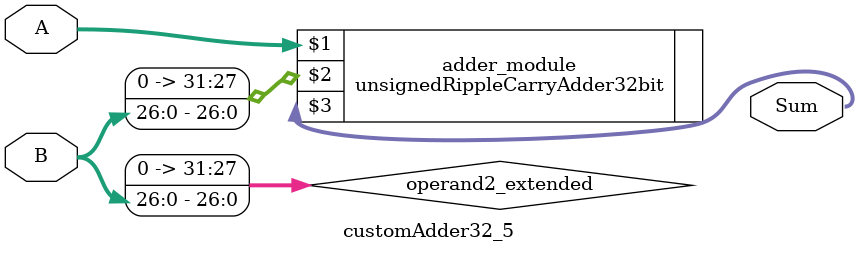
<source format=v>

module customAdder32_5(
                    input [31 : 0] A,
                    input [26 : 0] B,
                    
                    output [32 : 0] Sum
            );

    wire [31 : 0] operand2_extended;
    
    assign operand2_extended =  {5'b0, B};
    
    unsignedRippleCarryAdder32bit adder_module(
        A,
        operand2_extended,
        Sum
    );
    
endmodule
        
</source>
